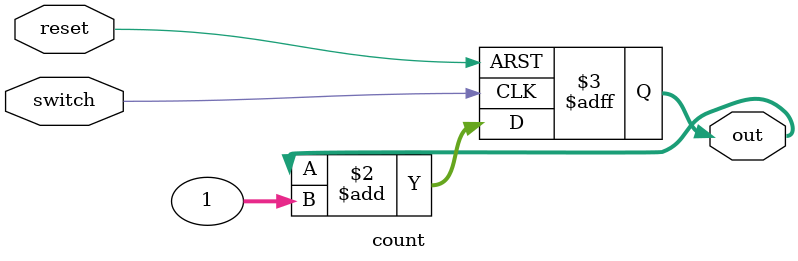
<source format=v>
/* module that counts button presses. Takes reset from trigger module to reset counts 
each time bin. */

module count (switch, out, reset); 

input switch;
input reset;
output reg [31:0] out; /*16 bit output so that there is space for the number 
to be bit shifted according to its time bin*/

always @(posedge switch, posedge reset)
begin


 if (reset)

out=0;

else if (switch)

out=out+1;



end

endmodule

</source>
